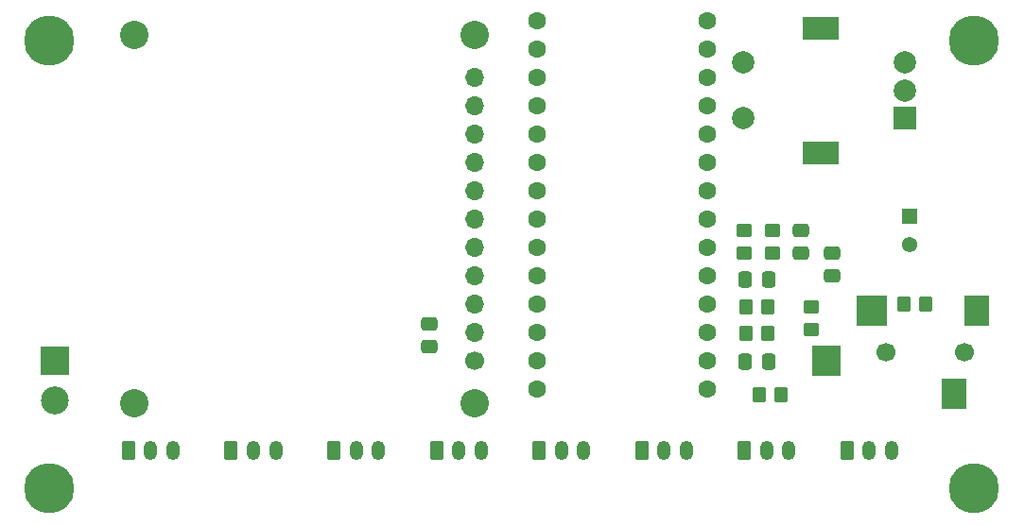
<source format=gts>
%TF.GenerationSoftware,KiCad,Pcbnew,(6.0.6)*%
%TF.CreationDate,2022-06-26T20:30:04-07:00*%
%TF.ProjectId,led_controller-rounded,6c65645f-636f-46e7-9472-6f6c6c65722d,rev?*%
%TF.SameCoordinates,Original*%
%TF.FileFunction,Soldermask,Top*%
%TF.FilePolarity,Negative*%
%FSLAX46Y46*%
G04 Gerber Fmt 4.6, Leading zero omitted, Abs format (unit mm)*
G04 Created by KiCad (PCBNEW (6.0.6)) date 2022-06-26 20:30:04*
%MOMM*%
%LPD*%
G01*
G04 APERTURE LIST*
G04 Aperture macros list*
%AMRoundRect*
0 Rectangle with rounded corners*
0 $1 Rounding radius*
0 $2 $3 $4 $5 $6 $7 $8 $9 X,Y pos of 4 corners*
0 Add a 4 corners polygon primitive as box body*
4,1,4,$2,$3,$4,$5,$6,$7,$8,$9,$2,$3,0*
0 Add four circle primitives for the rounded corners*
1,1,$1+$1,$2,$3*
1,1,$1+$1,$4,$5*
1,1,$1+$1,$6,$7*
1,1,$1+$1,$8,$9*
0 Add four rect primitives between the rounded corners*
20,1,$1+$1,$2,$3,$4,$5,0*
20,1,$1+$1,$4,$5,$6,$7,0*
20,1,$1+$1,$6,$7,$8,$9,0*
20,1,$1+$1,$8,$9,$2,$3,0*%
G04 Aperture macros list end*
%ADD10RoundRect,0.250000X0.450000X-0.350000X0.450000X0.350000X-0.450000X0.350000X-0.450000X-0.350000X0*%
%ADD11RoundRect,0.250000X-0.350000X-0.625000X0.350000X-0.625000X0.350000X0.625000X-0.350000X0.625000X0*%
%ADD12O,1.200000X1.750000*%
%ADD13RoundRect,0.250000X-0.350000X-0.450000X0.350000X-0.450000X0.350000X0.450000X-0.350000X0.450000X0*%
%ADD14R,2.500000X2.500000*%
%ADD15C,2.500000*%
%ADD16RoundRect,0.250000X0.475000X-0.337500X0.475000X0.337500X-0.475000X0.337500X-0.475000X-0.337500X0*%
%ADD17RoundRect,0.250000X0.350000X0.450000X-0.350000X0.450000X-0.350000X-0.450000X0.350000X-0.450000X0*%
%ADD18C,4.500000*%
%ADD19RoundRect,0.250000X-0.337500X-0.475000X0.337500X-0.475000X0.337500X0.475000X-0.337500X0.475000X0*%
%ADD20C,2.540000*%
%ADD21C,1.700000*%
%ADD22O,1.700000X1.700000*%
%ADD23RoundRect,0.250000X-0.450000X0.350000X-0.450000X-0.350000X0.450000X-0.350000X0.450000X0.350000X0*%
%ADD24R,2.000000X2.000000*%
%ADD25C,2.000000*%
%ADD26R,3.200000X2.000000*%
%ADD27C,1.600000*%
%ADD28R,1.378000X1.378000*%
%ADD29C,1.378000*%
%ADD30RoundRect,0.250000X-0.475000X0.337500X-0.475000X-0.337500X0.475000X-0.337500X0.475000X0.337500X0*%
%ADD31R,2.200000X2.800000*%
%ADD32R,2.800000X2.800000*%
%ADD33R,2.600000X2.800000*%
G04 APERTURE END LIST*
D10*
X161394500Y-116062000D03*
X161394500Y-114062000D03*
D11*
X127858810Y-126926000D03*
D12*
X129858810Y-126926000D03*
X131858810Y-126926000D03*
D13*
X169688000Y-113792000D03*
X171688000Y-113792000D03*
D14*
X93730000Y-118900000D03*
D15*
X93730000Y-122400000D03*
D11*
X100284922Y-126926000D03*
D12*
X102284922Y-126926000D03*
X104284922Y-126926000D03*
D16*
X127254000Y-117623500D03*
X127254000Y-115548500D03*
D17*
X157568500Y-114046000D03*
X155568500Y-114046000D03*
D18*
X176022000Y-90170000D03*
D11*
X164624000Y-126926000D03*
D12*
X166624000Y-126926000D03*
X168624000Y-126926000D03*
D18*
X93218000Y-130302000D03*
D19*
X155531000Y-111618000D03*
X157606000Y-111618000D03*
D20*
X131318000Y-89662000D03*
X131318000Y-122682000D03*
X100838000Y-122682000D03*
X100838000Y-89662000D03*
D21*
X131318000Y-118872000D03*
D22*
X131318000Y-116332000D03*
X131318000Y-113792000D03*
X131318000Y-111252000D03*
X131318000Y-108712000D03*
X131318000Y-106172000D03*
X131318000Y-103632000D03*
X131318000Y-101092000D03*
X131318000Y-98552000D03*
X131318000Y-96012000D03*
X131318000Y-93472000D03*
D18*
X93218000Y-90170000D03*
D11*
X137050106Y-126926000D03*
D12*
X139050106Y-126926000D03*
X141050106Y-126926000D03*
D23*
X155448000Y-107204000D03*
X155448000Y-109204000D03*
D11*
X146241402Y-126926000D03*
D12*
X148241402Y-126926000D03*
X150241402Y-126926000D03*
D11*
X109476218Y-126926000D03*
D12*
X111476218Y-126926000D03*
X113476218Y-126926000D03*
D19*
X155531000Y-118984000D03*
X157606000Y-118984000D03*
D24*
X169810000Y-97115000D03*
D25*
X169810000Y-92115000D03*
X169810000Y-94615000D03*
D26*
X162310000Y-100215000D03*
X162310000Y-89015000D03*
D25*
X155310000Y-92115000D03*
X155310000Y-97115000D03*
D27*
X136906000Y-88392000D03*
X136906000Y-90932000D03*
X136906000Y-93472000D03*
X136906000Y-96012000D03*
X136906000Y-98552000D03*
X136906000Y-101092000D03*
X136906000Y-103632000D03*
X136906000Y-106172000D03*
X136906000Y-108712000D03*
X136906000Y-111252000D03*
X136906000Y-113792000D03*
X136906000Y-116332000D03*
X136906000Y-118872000D03*
X136906000Y-121412000D03*
X152146000Y-121412000D03*
X152146000Y-118872000D03*
X152146000Y-116332000D03*
X152146000Y-113792000D03*
X152146000Y-111252000D03*
X152146000Y-108712000D03*
X152146000Y-106172000D03*
X152146000Y-103632000D03*
X152146000Y-101092000D03*
X152146000Y-98552000D03*
X152146000Y-96012000D03*
X152146000Y-93472000D03*
X152146000Y-90932000D03*
X152146000Y-88392000D03*
D28*
X170212000Y-105918000D03*
D29*
X170212000Y-108458000D03*
D16*
X160528000Y-109241500D03*
X160528000Y-107166500D03*
D30*
X163322000Y-109198500D03*
X163322000Y-111273500D03*
D13*
X155568500Y-116444000D03*
X157568500Y-116444000D03*
D11*
X118667514Y-126926000D03*
D12*
X120667514Y-126926000D03*
X122667514Y-126926000D03*
D18*
X176022000Y-130302000D03*
D17*
X158734000Y-121920000D03*
X156734000Y-121920000D03*
D21*
X175112500Y-118110000D03*
X168112500Y-118110000D03*
D31*
X176212500Y-114410000D03*
D32*
X166812500Y-114410000D03*
D31*
X174212500Y-121810000D03*
D33*
X162812500Y-118860000D03*
D10*
X157973000Y-109204000D03*
X157973000Y-107204000D03*
D11*
X155432698Y-126926000D03*
D12*
X157432698Y-126926000D03*
X159432698Y-126926000D03*
M02*

</source>
